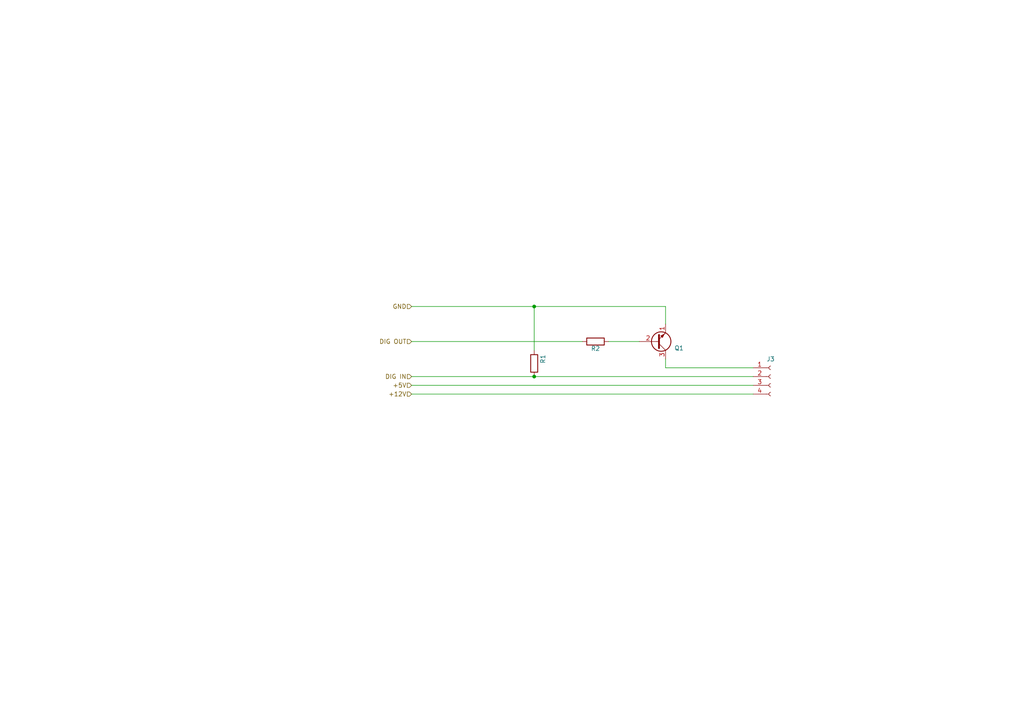
<source format=kicad_sch>
(kicad_sch (version 20211123) (generator eeschema)
  (paper "A4")
  (title_block (title "12V Backlit Pushbutton Circuit"))
  (lib_symbols
    (symbol "Connector:Conn_01x04_Female" (pin_names (offset 1.016) hide)
      (property "Reference" "J" (at 0 5.08 0))
      (property "Value" "Conn_01x04_Female" (at 0 -7.62 0))
      (symbol "Conn_01x04_Female_1_1"
        (arc (start 0 -4.572) (mid -0.508 -5.08) (end 0 -5.588) (stroke (width 0.1524)))
        (arc (start 0 -2.032) (mid -0.508 -2.54) (end 0 -3.048) (stroke (width 0.1524)))
        (polyline (pts (xy -1.27 -5.08) (xy -0.508 -5.08)) (stroke (width 0.1524)))
        (polyline (pts (xy -1.27 -2.54) (xy -0.508 -2.54)) (stroke (width 0.1524)))
        (polyline (pts (xy -1.27 0) (xy -0.508 0)) (stroke (width 0.1524)))
        (polyline (pts (xy -1.27 2.54) (xy -0.508 2.54)) (stroke (width 0.1524)))
        (arc (start 0 0.508) (mid -0.508 0) (end 0 -0.508) (stroke (width 0.1524)))
        (arc (start 0 3.048) (mid -0.508 2.54) (end 0 2.032) (stroke (width 0.1524)))
        (pin passive line (at -5.08 2.54 0) (length 3.81) (name "Pin_1") (number "1"))
        (pin passive line (at -5.08 0 0) (length 3.81) (name "Pin_2") (number "2"))
        (pin passive line (at -5.08 -2.54 0) (length 3.81) (name "Pin_3") (number "3"))
        (pin passive line (at -5.08 -5.08 0) (length 3.81) (name "Pin_4") (number "4"))
      )
    )
    (symbol "Device:R" (pin_numbers hide) (pin_names (offset 0))
      (property "Reference" "R" (at 2.032 0 90))
      (property "Value" "R" (at 0 0 90))
      (symbol "R_0_1"
        (rectangle (start -1.016 -2.54) (end 1.016 2.54) (stroke (width 0.254)))
      )
      (symbol "R_1_1"
        (pin passive line (at 0 3.81 270) (length 1.27) (name "~") (number "1"))
        (pin passive line (at 0 -3.81 90) (length 1.27) (name "~") (number "2"))
      )
    )
    (symbol "Transistor_BJT:PN2222A" (pin_names (offset 0) hide)
      (property "Reference" "Q" (at 5.08 1.905 0))
      (property "Value" "PN2222A" (at 5.08 0 0))
      (symbol "PN2222A_0_1"
        (polyline (pts (xy 0 0) (xy 0.635 0)))
        (polyline (pts (xy 2.54 -2.54) (xy 0.635 -0.635)))
        (polyline (pts (xy 2.54 2.54) (xy 0.635 0.635)))
        (polyline (pts (xy 0.635 1.905) (xy 0.635 -1.905) (xy 0.635 -1.905)) (stroke (width 0.508)))
        (polyline (pts (xy 2.413 -2.413) (xy 1.905 -1.905) (xy 1.905 -1.905)))
        (polyline (pts (xy 1.143 -1.651) (xy 1.651 -1.143) (xy 2.159 -2.159) (xy 1.143 -1.651) (xy 1.143 -1.651)) (fill (type outline)))
        (circle (center 1.27 0) (radius 2.8194) (stroke (width 0.254)))
      )
      (symbol "PN2222A_1_1"
        (pin passive line (at 2.54 -5.08 90) (length 2.54) (name "E") (number "1"))
        (pin input line (at -5.08 0 0) (length 5.08) (name "B") (number "2"))
        (pin passive line (at 2.54 5.08 270) (length 2.54) (name "C") (number "3"))
      )
    )
  )
  (junction (at 154.94 88.9))
  (junction (at 154.94 109.22))
  (wire (pts (xy 154.94 101.6) (xy 154.94 88.9)))
  (wire (pts (xy 119.38 114.3) (xy 218.44 114.3)))
  (wire (pts (xy 119.38 109.22) (xy 154.94 109.22)))
  (wire (pts (xy 119.38 99.06) (xy 168.91 99.06)))
  (wire (pts (xy 119.38 111.76) (xy 218.44 111.76)))
  (wire (pts (xy 193.04 88.9) (xy 193.04 93.98)))
  (wire (pts (xy 119.38 88.9) (xy 154.94 88.9)))
  (wire (pts (xy 154.94 109.22) (xy 218.44 109.22)))
  (wire (pts (xy 176.53 99.06) (xy 185.42 99.06)))
  (wire (pts (xy 193.04 106.68) (xy 193.04 104.14)))
  (wire (pts (xy 154.94 88.9) (xy 193.04 88.9)))
  (wire (pts (xy 193.04 106.68) (xy 218.44 106.68)))
  (hierarchical_label "+5V" (shape input) (at 119.38 111.76 180))
  (hierarchical_label "DIG IN" (shape input) (at 119.38 109.22 180))
  (hierarchical_label "DIG OUT" (shape input) (at 119.38 99.06 180))
  (hierarchical_label "GND" (shape input) (at 119.38 88.9 180))
  (hierarchical_label "+12V" (shape input) (at 119.38 114.3 180))
  (symbol (lib_id "Transistor_BJT:PN2222A") (at 190.5 99.06 0) (mirror x) (unit 1)
    (property "Reference" "Q1" (at 195.58 100.965 0) (effects (justify left)))
    (property "Value" "PN2222A" (effects hide))
    (property "Footprint" "Package_TO_SOT_THT:TO-92_Inline" (effects hide))
    (property "Datasheet" "https://www.onsemi.com/pub/Collateral/PN2222-D.PDF" (effects hide))
  )
  (symbol (lib_id "Connector:Conn_01x04_Female") (at 223.52 109.22 0) (unit 1)
    (property "Reference" "J3" (at 223.52 104.14 0))
    (property "Value" "Conn_01x04_Female" (effects hide))
    (property "Footprint" "Connector_JST:JST_XH_B4B-XH-A_1x04_P2.50mm_Vertical" (effects hide))
  )
  (symbol (lib_id "Device:R") (at 172.72 99.06 270) (unit 1)
    (property "Reference" "R2" (at 172.72 101.092 90))
    (property "Value" "R" (effects hide))
    (property "Footprint" "Resistor_THT:R_Axial_DIN0207_L6.3mm_D2.5mm_P10.16mm_Horizontal" (effects hide))
  )
  (symbol (lib_id "Device:R") (at 154.94 105.41 0) (unit 1)
    (property "Reference" "R1" (at 157.48 104.14 90))
    (property "Value" "R" (effects hide))
    (property "Footprint" "Resistor_THT:R_Axial_DIN0207_L6.3mm_D2.5mm_P10.16mm_Horizontal" (effects hide))
  )
)
</source>
